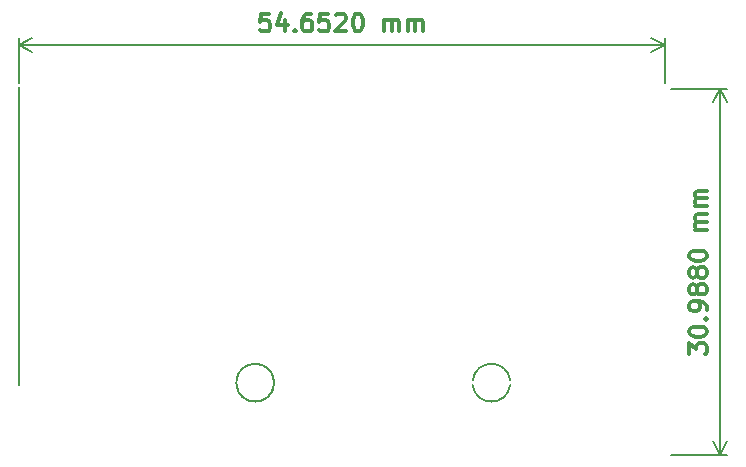
<source format=gbr>
G04 #@! TF.GenerationSoftware,KiCad,Pcbnew,7.0.6+dfsg-1*
G04 #@! TF.CreationDate,2023-08-24T18:37:02+02:00*
G04 #@! TF.ProjectId,USB,5553422e-6b69-4636-9164-5f7063625858,rev?*
G04 #@! TF.SameCoordinates,Original*
G04 #@! TF.FileFunction,OtherDrawing,Comment*
%FSLAX46Y46*%
G04 Gerber Fmt 4.6, Leading zero omitted, Abs format (unit mm)*
G04 Created by KiCad (PCBNEW 7.0.6+dfsg-1) date 2023-08-24 18:37:02*
%MOMM*%
%LPD*%
G01*
G04 APERTURE LIST*
%ADD10C,0.200000*%
%ADD11C,0.300000*%
G04 APERTURE END LIST*
D10*
X161165450Y-103432000D02*
G75*
G03*
X157990550Y-103432000I-1587450J-200000D01*
G01*
X141178000Y-103632000D02*
G75*
G03*
X141178000Y-103632000I-1600000J0D01*
G01*
X119577999Y-103432000D02*
X119578000Y-83632000D01*
X157990549Y-103832001D02*
G75*
G03*
X161165451Y-103831999I1587451J200001D01*
G01*
X119578000Y-78632000D02*
X119578000Y-103432000D01*
X119578000Y-103832000D02*
X119578000Y-103632000D01*
X137990549Y-103832001D02*
G75*
G03*
X141165451Y-103831999I1587451J200001D01*
G01*
X141165450Y-103432000D02*
G75*
G03*
X137990550Y-103432000I-1587450J-200000D01*
G01*
X119578000Y-103632000D02*
X119577999Y-103432000D01*
D11*
X176322328Y-101233998D02*
X176322328Y-100305426D01*
X176322328Y-100305426D02*
X176893757Y-100805426D01*
X176893757Y-100805426D02*
X176893757Y-100591141D01*
X176893757Y-100591141D02*
X176965185Y-100448284D01*
X176965185Y-100448284D02*
X177036614Y-100376855D01*
X177036614Y-100376855D02*
X177179471Y-100305426D01*
X177179471Y-100305426D02*
X177536614Y-100305426D01*
X177536614Y-100305426D02*
X177679471Y-100376855D01*
X177679471Y-100376855D02*
X177750900Y-100448284D01*
X177750900Y-100448284D02*
X177822328Y-100591141D01*
X177822328Y-100591141D02*
X177822328Y-101019712D01*
X177822328Y-101019712D02*
X177750900Y-101162569D01*
X177750900Y-101162569D02*
X177679471Y-101233998D01*
X176322328Y-99376855D02*
X176322328Y-99233998D01*
X176322328Y-99233998D02*
X176393757Y-99091141D01*
X176393757Y-99091141D02*
X176465185Y-99019713D01*
X176465185Y-99019713D02*
X176608042Y-98948284D01*
X176608042Y-98948284D02*
X176893757Y-98876855D01*
X176893757Y-98876855D02*
X177250900Y-98876855D01*
X177250900Y-98876855D02*
X177536614Y-98948284D01*
X177536614Y-98948284D02*
X177679471Y-99019713D01*
X177679471Y-99019713D02*
X177750900Y-99091141D01*
X177750900Y-99091141D02*
X177822328Y-99233998D01*
X177822328Y-99233998D02*
X177822328Y-99376855D01*
X177822328Y-99376855D02*
X177750900Y-99519713D01*
X177750900Y-99519713D02*
X177679471Y-99591141D01*
X177679471Y-99591141D02*
X177536614Y-99662570D01*
X177536614Y-99662570D02*
X177250900Y-99733998D01*
X177250900Y-99733998D02*
X176893757Y-99733998D01*
X176893757Y-99733998D02*
X176608042Y-99662570D01*
X176608042Y-99662570D02*
X176465185Y-99591141D01*
X176465185Y-99591141D02*
X176393757Y-99519713D01*
X176393757Y-99519713D02*
X176322328Y-99376855D01*
X177679471Y-98233999D02*
X177750900Y-98162570D01*
X177750900Y-98162570D02*
X177822328Y-98233999D01*
X177822328Y-98233999D02*
X177750900Y-98305427D01*
X177750900Y-98305427D02*
X177679471Y-98233999D01*
X177679471Y-98233999D02*
X177822328Y-98233999D01*
X177822328Y-97448284D02*
X177822328Y-97162570D01*
X177822328Y-97162570D02*
X177750900Y-97019713D01*
X177750900Y-97019713D02*
X177679471Y-96948284D01*
X177679471Y-96948284D02*
X177465185Y-96805427D01*
X177465185Y-96805427D02*
X177179471Y-96733998D01*
X177179471Y-96733998D02*
X176608042Y-96733998D01*
X176608042Y-96733998D02*
X176465185Y-96805427D01*
X176465185Y-96805427D02*
X176393757Y-96876856D01*
X176393757Y-96876856D02*
X176322328Y-97019713D01*
X176322328Y-97019713D02*
X176322328Y-97305427D01*
X176322328Y-97305427D02*
X176393757Y-97448284D01*
X176393757Y-97448284D02*
X176465185Y-97519713D01*
X176465185Y-97519713D02*
X176608042Y-97591141D01*
X176608042Y-97591141D02*
X176965185Y-97591141D01*
X176965185Y-97591141D02*
X177108042Y-97519713D01*
X177108042Y-97519713D02*
X177179471Y-97448284D01*
X177179471Y-97448284D02*
X177250900Y-97305427D01*
X177250900Y-97305427D02*
X177250900Y-97019713D01*
X177250900Y-97019713D02*
X177179471Y-96876856D01*
X177179471Y-96876856D02*
X177108042Y-96805427D01*
X177108042Y-96805427D02*
X176965185Y-96733998D01*
X176965185Y-95876856D02*
X176893757Y-96019713D01*
X176893757Y-96019713D02*
X176822328Y-96091142D01*
X176822328Y-96091142D02*
X176679471Y-96162570D01*
X176679471Y-96162570D02*
X176608042Y-96162570D01*
X176608042Y-96162570D02*
X176465185Y-96091142D01*
X176465185Y-96091142D02*
X176393757Y-96019713D01*
X176393757Y-96019713D02*
X176322328Y-95876856D01*
X176322328Y-95876856D02*
X176322328Y-95591142D01*
X176322328Y-95591142D02*
X176393757Y-95448285D01*
X176393757Y-95448285D02*
X176465185Y-95376856D01*
X176465185Y-95376856D02*
X176608042Y-95305427D01*
X176608042Y-95305427D02*
X176679471Y-95305427D01*
X176679471Y-95305427D02*
X176822328Y-95376856D01*
X176822328Y-95376856D02*
X176893757Y-95448285D01*
X176893757Y-95448285D02*
X176965185Y-95591142D01*
X176965185Y-95591142D02*
X176965185Y-95876856D01*
X176965185Y-95876856D02*
X177036614Y-96019713D01*
X177036614Y-96019713D02*
X177108042Y-96091142D01*
X177108042Y-96091142D02*
X177250900Y-96162570D01*
X177250900Y-96162570D02*
X177536614Y-96162570D01*
X177536614Y-96162570D02*
X177679471Y-96091142D01*
X177679471Y-96091142D02*
X177750900Y-96019713D01*
X177750900Y-96019713D02*
X177822328Y-95876856D01*
X177822328Y-95876856D02*
X177822328Y-95591142D01*
X177822328Y-95591142D02*
X177750900Y-95448285D01*
X177750900Y-95448285D02*
X177679471Y-95376856D01*
X177679471Y-95376856D02*
X177536614Y-95305427D01*
X177536614Y-95305427D02*
X177250900Y-95305427D01*
X177250900Y-95305427D02*
X177108042Y-95376856D01*
X177108042Y-95376856D02*
X177036614Y-95448285D01*
X177036614Y-95448285D02*
X176965185Y-95591142D01*
X176965185Y-94448285D02*
X176893757Y-94591142D01*
X176893757Y-94591142D02*
X176822328Y-94662571D01*
X176822328Y-94662571D02*
X176679471Y-94733999D01*
X176679471Y-94733999D02*
X176608042Y-94733999D01*
X176608042Y-94733999D02*
X176465185Y-94662571D01*
X176465185Y-94662571D02*
X176393757Y-94591142D01*
X176393757Y-94591142D02*
X176322328Y-94448285D01*
X176322328Y-94448285D02*
X176322328Y-94162571D01*
X176322328Y-94162571D02*
X176393757Y-94019714D01*
X176393757Y-94019714D02*
X176465185Y-93948285D01*
X176465185Y-93948285D02*
X176608042Y-93876856D01*
X176608042Y-93876856D02*
X176679471Y-93876856D01*
X176679471Y-93876856D02*
X176822328Y-93948285D01*
X176822328Y-93948285D02*
X176893757Y-94019714D01*
X176893757Y-94019714D02*
X176965185Y-94162571D01*
X176965185Y-94162571D02*
X176965185Y-94448285D01*
X176965185Y-94448285D02*
X177036614Y-94591142D01*
X177036614Y-94591142D02*
X177108042Y-94662571D01*
X177108042Y-94662571D02*
X177250900Y-94733999D01*
X177250900Y-94733999D02*
X177536614Y-94733999D01*
X177536614Y-94733999D02*
X177679471Y-94662571D01*
X177679471Y-94662571D02*
X177750900Y-94591142D01*
X177750900Y-94591142D02*
X177822328Y-94448285D01*
X177822328Y-94448285D02*
X177822328Y-94162571D01*
X177822328Y-94162571D02*
X177750900Y-94019714D01*
X177750900Y-94019714D02*
X177679471Y-93948285D01*
X177679471Y-93948285D02*
X177536614Y-93876856D01*
X177536614Y-93876856D02*
X177250900Y-93876856D01*
X177250900Y-93876856D02*
X177108042Y-93948285D01*
X177108042Y-93948285D02*
X177036614Y-94019714D01*
X177036614Y-94019714D02*
X176965185Y-94162571D01*
X176322328Y-92948285D02*
X176322328Y-92805428D01*
X176322328Y-92805428D02*
X176393757Y-92662571D01*
X176393757Y-92662571D02*
X176465185Y-92591143D01*
X176465185Y-92591143D02*
X176608042Y-92519714D01*
X176608042Y-92519714D02*
X176893757Y-92448285D01*
X176893757Y-92448285D02*
X177250900Y-92448285D01*
X177250900Y-92448285D02*
X177536614Y-92519714D01*
X177536614Y-92519714D02*
X177679471Y-92591143D01*
X177679471Y-92591143D02*
X177750900Y-92662571D01*
X177750900Y-92662571D02*
X177822328Y-92805428D01*
X177822328Y-92805428D02*
X177822328Y-92948285D01*
X177822328Y-92948285D02*
X177750900Y-93091143D01*
X177750900Y-93091143D02*
X177679471Y-93162571D01*
X177679471Y-93162571D02*
X177536614Y-93234000D01*
X177536614Y-93234000D02*
X177250900Y-93305428D01*
X177250900Y-93305428D02*
X176893757Y-93305428D01*
X176893757Y-93305428D02*
X176608042Y-93234000D01*
X176608042Y-93234000D02*
X176465185Y-93162571D01*
X176465185Y-93162571D02*
X176393757Y-93091143D01*
X176393757Y-93091143D02*
X176322328Y-92948285D01*
X177822328Y-90662572D02*
X176822328Y-90662572D01*
X176965185Y-90662572D02*
X176893757Y-90591143D01*
X176893757Y-90591143D02*
X176822328Y-90448286D01*
X176822328Y-90448286D02*
X176822328Y-90234000D01*
X176822328Y-90234000D02*
X176893757Y-90091143D01*
X176893757Y-90091143D02*
X177036614Y-90019715D01*
X177036614Y-90019715D02*
X177822328Y-90019715D01*
X177036614Y-90019715D02*
X176893757Y-89948286D01*
X176893757Y-89948286D02*
X176822328Y-89805429D01*
X176822328Y-89805429D02*
X176822328Y-89591143D01*
X176822328Y-89591143D02*
X176893757Y-89448286D01*
X176893757Y-89448286D02*
X177036614Y-89376857D01*
X177036614Y-89376857D02*
X177822328Y-89376857D01*
X177822328Y-88662572D02*
X176822328Y-88662572D01*
X176965185Y-88662572D02*
X176893757Y-88591143D01*
X176893757Y-88591143D02*
X176822328Y-88448286D01*
X176822328Y-88448286D02*
X176822328Y-88234000D01*
X176822328Y-88234000D02*
X176893757Y-88091143D01*
X176893757Y-88091143D02*
X177036614Y-88019715D01*
X177036614Y-88019715D02*
X177822328Y-88019715D01*
X177036614Y-88019715D02*
X176893757Y-87948286D01*
X176893757Y-87948286D02*
X176822328Y-87805429D01*
X176822328Y-87805429D02*
X176822328Y-87591143D01*
X176822328Y-87591143D02*
X176893757Y-87448286D01*
X176893757Y-87448286D02*
X177036614Y-87376857D01*
X177036614Y-87376857D02*
X177822328Y-87376857D01*
D10*
X174744000Y-109728000D02*
X179530420Y-109728000D01*
X174744000Y-78740000D02*
X179530420Y-78740000D01*
X178944000Y-109728000D02*
X178944000Y-78740000D01*
X178944000Y-109728000D02*
X178944000Y-78740000D01*
X178944000Y-109728000D02*
X178357579Y-108601496D01*
X178944000Y-109728000D02*
X179530421Y-108601496D01*
X178944000Y-78740000D02*
X179530421Y-79866504D01*
X178944000Y-78740000D02*
X178357579Y-79866504D01*
D11*
X140781144Y-72386328D02*
X140066858Y-72386328D01*
X140066858Y-72386328D02*
X139995430Y-73100614D01*
X139995430Y-73100614D02*
X140066858Y-73029185D01*
X140066858Y-73029185D02*
X140209716Y-72957757D01*
X140209716Y-72957757D02*
X140566858Y-72957757D01*
X140566858Y-72957757D02*
X140709716Y-73029185D01*
X140709716Y-73029185D02*
X140781144Y-73100614D01*
X140781144Y-73100614D02*
X140852573Y-73243471D01*
X140852573Y-73243471D02*
X140852573Y-73600614D01*
X140852573Y-73600614D02*
X140781144Y-73743471D01*
X140781144Y-73743471D02*
X140709716Y-73814900D01*
X140709716Y-73814900D02*
X140566858Y-73886328D01*
X140566858Y-73886328D02*
X140209716Y-73886328D01*
X140209716Y-73886328D02*
X140066858Y-73814900D01*
X140066858Y-73814900D02*
X139995430Y-73743471D01*
X142138287Y-72886328D02*
X142138287Y-73886328D01*
X141781144Y-72314900D02*
X141424001Y-73386328D01*
X141424001Y-73386328D02*
X142352572Y-73386328D01*
X142924000Y-73743471D02*
X142995429Y-73814900D01*
X142995429Y-73814900D02*
X142924000Y-73886328D01*
X142924000Y-73886328D02*
X142852572Y-73814900D01*
X142852572Y-73814900D02*
X142924000Y-73743471D01*
X142924000Y-73743471D02*
X142924000Y-73886328D01*
X144281144Y-72386328D02*
X143995429Y-72386328D01*
X143995429Y-72386328D02*
X143852572Y-72457757D01*
X143852572Y-72457757D02*
X143781144Y-72529185D01*
X143781144Y-72529185D02*
X143638286Y-72743471D01*
X143638286Y-72743471D02*
X143566858Y-73029185D01*
X143566858Y-73029185D02*
X143566858Y-73600614D01*
X143566858Y-73600614D02*
X143638286Y-73743471D01*
X143638286Y-73743471D02*
X143709715Y-73814900D01*
X143709715Y-73814900D02*
X143852572Y-73886328D01*
X143852572Y-73886328D02*
X144138286Y-73886328D01*
X144138286Y-73886328D02*
X144281144Y-73814900D01*
X144281144Y-73814900D02*
X144352572Y-73743471D01*
X144352572Y-73743471D02*
X144424001Y-73600614D01*
X144424001Y-73600614D02*
X144424001Y-73243471D01*
X144424001Y-73243471D02*
X144352572Y-73100614D01*
X144352572Y-73100614D02*
X144281144Y-73029185D01*
X144281144Y-73029185D02*
X144138286Y-72957757D01*
X144138286Y-72957757D02*
X143852572Y-72957757D01*
X143852572Y-72957757D02*
X143709715Y-73029185D01*
X143709715Y-73029185D02*
X143638286Y-73100614D01*
X143638286Y-73100614D02*
X143566858Y-73243471D01*
X145781143Y-72386328D02*
X145066857Y-72386328D01*
X145066857Y-72386328D02*
X144995429Y-73100614D01*
X144995429Y-73100614D02*
X145066857Y-73029185D01*
X145066857Y-73029185D02*
X145209715Y-72957757D01*
X145209715Y-72957757D02*
X145566857Y-72957757D01*
X145566857Y-72957757D02*
X145709715Y-73029185D01*
X145709715Y-73029185D02*
X145781143Y-73100614D01*
X145781143Y-73100614D02*
X145852572Y-73243471D01*
X145852572Y-73243471D02*
X145852572Y-73600614D01*
X145852572Y-73600614D02*
X145781143Y-73743471D01*
X145781143Y-73743471D02*
X145709715Y-73814900D01*
X145709715Y-73814900D02*
X145566857Y-73886328D01*
X145566857Y-73886328D02*
X145209715Y-73886328D01*
X145209715Y-73886328D02*
X145066857Y-73814900D01*
X145066857Y-73814900D02*
X144995429Y-73743471D01*
X146424000Y-72529185D02*
X146495428Y-72457757D01*
X146495428Y-72457757D02*
X146638286Y-72386328D01*
X146638286Y-72386328D02*
X146995428Y-72386328D01*
X146995428Y-72386328D02*
X147138286Y-72457757D01*
X147138286Y-72457757D02*
X147209714Y-72529185D01*
X147209714Y-72529185D02*
X147281143Y-72672042D01*
X147281143Y-72672042D02*
X147281143Y-72814900D01*
X147281143Y-72814900D02*
X147209714Y-73029185D01*
X147209714Y-73029185D02*
X146352571Y-73886328D01*
X146352571Y-73886328D02*
X147281143Y-73886328D01*
X148209714Y-72386328D02*
X148352571Y-72386328D01*
X148352571Y-72386328D02*
X148495428Y-72457757D01*
X148495428Y-72457757D02*
X148566857Y-72529185D01*
X148566857Y-72529185D02*
X148638285Y-72672042D01*
X148638285Y-72672042D02*
X148709714Y-72957757D01*
X148709714Y-72957757D02*
X148709714Y-73314900D01*
X148709714Y-73314900D02*
X148638285Y-73600614D01*
X148638285Y-73600614D02*
X148566857Y-73743471D01*
X148566857Y-73743471D02*
X148495428Y-73814900D01*
X148495428Y-73814900D02*
X148352571Y-73886328D01*
X148352571Y-73886328D02*
X148209714Y-73886328D01*
X148209714Y-73886328D02*
X148066857Y-73814900D01*
X148066857Y-73814900D02*
X147995428Y-73743471D01*
X147995428Y-73743471D02*
X147923999Y-73600614D01*
X147923999Y-73600614D02*
X147852571Y-73314900D01*
X147852571Y-73314900D02*
X147852571Y-72957757D01*
X147852571Y-72957757D02*
X147923999Y-72672042D01*
X147923999Y-72672042D02*
X147995428Y-72529185D01*
X147995428Y-72529185D02*
X148066857Y-72457757D01*
X148066857Y-72457757D02*
X148209714Y-72386328D01*
X150495427Y-73886328D02*
X150495427Y-72886328D01*
X150495427Y-73029185D02*
X150566856Y-72957757D01*
X150566856Y-72957757D02*
X150709713Y-72886328D01*
X150709713Y-72886328D02*
X150923999Y-72886328D01*
X150923999Y-72886328D02*
X151066856Y-72957757D01*
X151066856Y-72957757D02*
X151138285Y-73100614D01*
X151138285Y-73100614D02*
X151138285Y-73886328D01*
X151138285Y-73100614D02*
X151209713Y-72957757D01*
X151209713Y-72957757D02*
X151352570Y-72886328D01*
X151352570Y-72886328D02*
X151566856Y-72886328D01*
X151566856Y-72886328D02*
X151709713Y-72957757D01*
X151709713Y-72957757D02*
X151781142Y-73100614D01*
X151781142Y-73100614D02*
X151781142Y-73886328D01*
X152495427Y-73886328D02*
X152495427Y-72886328D01*
X152495427Y-73029185D02*
X152566856Y-72957757D01*
X152566856Y-72957757D02*
X152709713Y-72886328D01*
X152709713Y-72886328D02*
X152923999Y-72886328D01*
X152923999Y-72886328D02*
X153066856Y-72957757D01*
X153066856Y-72957757D02*
X153138285Y-73100614D01*
X153138285Y-73100614D02*
X153138285Y-73886328D01*
X153138285Y-73100614D02*
X153209713Y-72957757D01*
X153209713Y-72957757D02*
X153352570Y-72886328D01*
X153352570Y-72886328D02*
X153566856Y-72886328D01*
X153566856Y-72886328D02*
X153709713Y-72957757D01*
X153709713Y-72957757D02*
X153781142Y-73100614D01*
X153781142Y-73100614D02*
X153781142Y-73886328D01*
D10*
X174250000Y-78250000D02*
X174250000Y-74421580D01*
X119598000Y-78250000D02*
X119598000Y-74421580D01*
X174250000Y-75008000D02*
X119598000Y-75008000D01*
X174250000Y-75008000D02*
X119598000Y-75008000D01*
X174250000Y-75008000D02*
X173123496Y-75594421D01*
X174250000Y-75008000D02*
X173123496Y-74421579D01*
X119598000Y-75008000D02*
X120724504Y-74421579D01*
X119598000Y-75008000D02*
X120724504Y-75594421D01*
M02*

</source>
